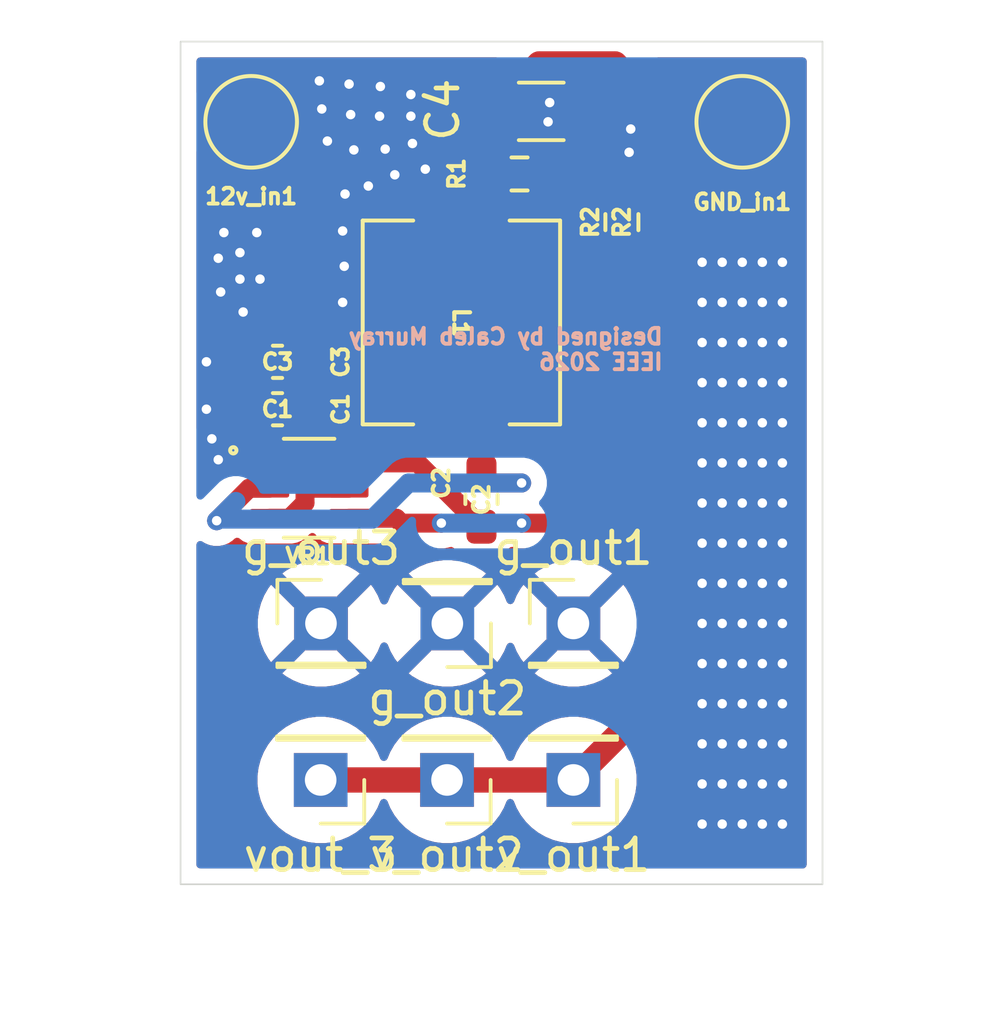
<source format=kicad_pcb>
(kicad_pcb (version 20241229) (generator "pcbnew") (generator_version "9.0")
  (layers (0 "F.Cu" signal) (2 "B.Cu" signal) (13 "F.Paste" user) (15 "B.Paste" user) (5 "F.SilkS" user "F.Silkscreen") (7 "B.SilkS" user "B.Silkscreen") (1 "F.Mask" user) (3 "B.Mask" user) (25 "Edge.Cuts" user))
  (net 0 "")
  (net 1 "GND")
  (net 2 "+12V")
  (net 3 "Net-(VR1-SW)")
  (net 4 "Net-(VR1-VBST)")
  (net 5 "+5V")
  (net 6 "Net-(VR1-VFB)")
  (footprint "Resistor_SMD:R_0603_1608Metric_Pad0.98x0.95mm_HandSolder" (layer "F.Cu") (at 207.645 81.28 -90)
    (property "Reference" "R2" (at 0 1 90) (layer "F.SilkS") (effects (font (size 0.5 0.5) (thickness 0.125))))
    (property "Value" "10k" (hide yes))
    (fp_line (start -0.254724 0.5225) (end 0.254724 0.5225) (stroke (width 0.125)) (layer "F.SilkS"))
    (fp_line (start -0.254724 -0.5225) (end 0.254724 -0.5225) (stroke (width 0.125)) (layer "F.SilkS"))
    (fp_text user "${REFERENCE}" (at 0 0 90) (layer "F.SilkS") (effects (font (size 0.5 0.5) (thickness 0.125))))
    (pad "1" smd roundrect (at -0.9125 0 270) (size 0.975 0.95) (layers "F.Cu" "F.Mask" "F.Paste") (net 6 "Net-(VR1-VFB)"))
    (pad "2" smd roundrect (at 0.9125 0 270) (size 0.975 0.95) (layers "F.Cu" "F.Mask" "F.Paste") (net 1 "GND"))
  )
  (footprint "Connector_PinHeader_2.54mm:PinHeader_1x01_P2.54mm_Vertical" (layer "F.Cu") (at 198.11 98.933 180)
    (property "Reference" "vout_3" (at 0 -2.38 180) (layer "F.SilkS"))
    (property "Value" "vout_3")
    (fp_line (start 1.38 1.27) (end 1.38 1.38) (stroke (width 0.12)) (layer "F.SilkS"))
    (fp_line (start -1.38 1.38) (end 1.38 1.38) (stroke (width 0.12)) (layer "F.SilkS"))
    (fp_line (start -1.38 1.27) (end 1.38 1.27) (stroke (width 0.12)) (layer "F.SilkS"))
    (fp_line (start -1.38 1.27) (end -1.38 1.38) (stroke (width 0.12)) (layer "F.SilkS"))
    (fp_line (start -1.38 0) (end -1.38 -1.38) (stroke (width 0.12)) (layer "F.SilkS"))
    (fp_line (start -1.38 -1.38) (end 0 -1.38) (stroke (width 0.12)) (layer "F.SilkS"))
    (pad "1" thru_hole rect (at 0 0 180) (size 1.7 1.7) (drill 1) (layers "*.Cu" "*.Mask") (net 5 "+5V"))
  )
  (footprint "TestPoint:TestPoint_Pad_D2.5mm" (layer "F.Cu") (at 195.9102 78.105)
    (property "Reference" "12v_in1" (at 0 2.3622 0) (layer "F.SilkS") (effects (font (size 0.5 0.5) (thickness 0.125))))
    (property "Value" "12v_in" (hide yes))
    (fp_circle (center 0 0) (end 0 1.45) (stroke (width 0.125)) (fill no) (layer "F.SilkS"))
    (pad "1" smd circle (at 0 0) (size 2.5 2.5) (layers "F.Cu" "F.Mask") (net 2 "+12V"))
  )
  (footprint "Connector_PinHeader_2.54mm:PinHeader_1x01_P2.54mm_Vertical" (layer "F.Cu") (at 202.11 98.933 180)
    (property "Reference" "v_out2" (at 0 -2.38 180) (layer "F.SilkS"))
    (property "Value" "vout_2")
    (fp_line (start 1.38 1.27) (end 1.38 1.38) (stroke (width 0.12)) (layer "F.SilkS"))
    (fp_line (start -1.38 1.38) (end 1.38 1.38) (stroke (width 0.12)) (layer "F.SilkS"))
    (fp_line (start -1.38 1.27) (end 1.38 1.27) (stroke (width 0.12)) (layer "F.SilkS"))
    (fp_line (start -1.38 1.27) (end -1.38 1.38) (stroke (width 0.12)) (layer "F.SilkS"))
    (fp_line (start -1.38 0) (end -1.38 -1.38) (stroke (width 0.12)) (layer "F.SilkS"))
    (fp_line (start -1.38 -1.38) (end 0 -1.38) (stroke (width 0.12)) (layer "F.SilkS"))
    (pad "1" thru_hole rect (at 0 0 180) (size 1.7 1.7) (drill 1) (layers "*.Cu" "*.Mask") (net 5 "+5V"))
  )
  (footprint "Connector_PinHeader_2.54mm:PinHeader_1x01_P2.54mm_Vertical" (layer "F.Cu") (at 206.11 93.98)
    (property "Reference" "g_out1" (at 0 -2.38 0) (layer "F.SilkS"))
    (property "Value" "g_out1")
    (fp_line (start -1.38 -1.38) (end 0 -1.38) (stroke (width 0.12)) (layer "F.SilkS"))
    (fp_line (start -1.38 0) (end -1.38 -1.38) (stroke (width 0.12)) (layer "F.SilkS"))
    (fp_line (start -1.38 1.27) (end -1.38 1.38) (stroke (width 0.12)) (layer "F.SilkS"))
    (fp_line (start -1.38 1.27) (end 1.38 1.27) (stroke (width 0.12)) (layer "F.SilkS"))
    (fp_line (start -1.38 1.38) (end 1.38 1.38) (stroke (width 0.12)) (layer "F.SilkS"))
    (fp_line (start 1.38 1.27) (end 1.38 1.38) (stroke (width 0.12)) (layer "F.SilkS"))
    (pad "1" thru_hole rect (at 0 0) (size 1.7 1.7) (drill 1) (layers "*.Cu" "*.Mask") (net 1 "GND"))
  )
  (footprint "Capacitor_SMD:C_0603_1608Metric_Pad1.08x0.95mm_HandSolder" (layer "F.Cu") (at 196.744 87.20075 180)
    (property "Reference" "C1" (at -2 0 90) (layer "F.SilkS") (effects (font (size 0.5 0.5) (thickness 0.125))))
    (property "Value" "10uF" (hide yes))
    (fp_line (start -0.146267 0.51) (end 0.146267 0.51) (stroke (width 0.125)) (layer "F.SilkS"))
    (fp_line (start -0.146267 -0.51) (end 0.146267 -0.51) (stroke (width 0.125)) (layer "F.SilkS"))
    (fp_text user "${REFERENCE}" (at 0 0 0) (layer "F.SilkS") (effects (font (size 0.5 0.5) (thickness 0.125))))
    (pad "1" smd roundrect (at -0.8625 0 180) (size 1.075 0.95) (layers "F.Cu" "F.Mask" "F.Paste") (net 2 "+12V"))
    (pad "2" smd roundrect (at 0.8625 0 180) (size 1.075 0.95) (layers "F.Cu" "F.Mask" "F.Paste") (net 1 "GND"))
  )
  (footprint "drum:IND_EPCOS_B82462A4_EPC" (layer "F.Cu") (at 202.565 84.455 -90)
    (property "Reference" "L1" (at 0 0 270) (layer "F.SilkS") (effects (font (size 0.5 0.5) (thickness 0.125))))
    (property "Value" "4.7uH")
    (fp_line (start -3.2258 3.1242) (end 3.2258 3.1242) (stroke (width 0.125)) (layer "F.SilkS"))
    (fp_line (start 3.2258 3.1242) (end 3.2258 1.52654) (stroke (width 0.125)) (layer "F.SilkS"))
    (fp_line (start -3.2258 1.52654) (end -3.2258 3.1242) (stroke (width 0.125)) (layer "F.SilkS"))
    (fp_line (start 3.2258 -1.52654) (end 3.2258 -3.1242) (stroke (width 0.125)) (layer "F.SilkS"))
    (fp_line (start -3.2258 -3.1242) (end -3.2258 -1.52654) (stroke (width 0.125)) (layer "F.SilkS"))
    (fp_line (start 3.2258 -3.1242) (end -3.2258 -3.1242) (stroke (width 0.125)) (layer "F.SilkS"))
    (fp_text user "${REFERENCE}" (at 0 0 270) (layer "F.SilkS") (effects (font (size 0.5 0.5) (thickness 0.125))))
    (pad "1" smd rect (at -2.74955 0 270) (size 1.5113 2.3876) (layers "F.Cu" "F.Mask" "F.Paste") (net 5 "+5V"))
    (pad "2" smd rect (at 2.74955 0 270) (size 1.5113 2.3876) (layers "F.Cu" "F.Mask" "F.Paste") (net 3 "Net-(VR1-SW)"))
    (zone (net 0) (net_name "") (layer "F.Cu") (connect_pads (clearance 0)) (min_thickness 0.254)
      (keepout (tracks not_allowed) (vias not_allowed) (pads allowed) (copperpour not_allowed) (footprints allowed))
      (fill (thermal_gap 0.508) (thermal_bridge_width 0.508))
      (polygon (pts (xy 205.5114 82.5119) (xy 205.5114 86.3981) (xy 199.6186 86.3981) (xy 199.6186 82.5119)))
    )
  )
  (footprint "Capacitor_SMD:C_1206_3216Metric_Pad1.33x1.80mm_HandSolder" (layer "F.Cu") (at 205.0919 77.7748 180)
    (property "Reference" "C4" (at 3.12 0.05 270) (layer "F.SilkS"))
    (property "Value" "47uF" (hide yes))
    (fp_line (start -0.711252 0.91) (end 0.711252 0.91) (stroke (width 0.12)) (layer "F.SilkS"))
    (fp_line (start -0.711252 -0.91) (end 0.711252 -0.91) (stroke (width 0.12)) (layer "F.SilkS"))
    (pad "1" smd roundrect (at -1.5625 0 180) (size 1.325 1.8) (layers "F.Cu" "F.Mask" "F.Paste") (roundrect_rratio 0.188679) (net 1 "GND"))
    (pad "2" smd roundrect (at 1.5625 0 180) (size 1.325 1.8) (layers "F.Cu" "F.Mask" "F.Paste") (roundrect_rratio 0.188679) (net 5 "+5V"))
  )
  (footprint "TestPoint:TestPoint_Pad_D2.5mm" (layer "F.Cu") (at 211.455 78.105)
    (property "Reference" "GND_in1" (at 0 2.54 0) (layer "F.SilkS") (effects (font (size 0.5 0.5) (thickness 0.125))))
    (property "Value" "GND_in" (hide yes))
    (fp_circle (center 0 0) (end 0 1.45) (stroke (width 0.125)) (fill no) (layer "F.SilkS"))
    (pad "1" smd circle (at 0 0) (size 2.5 2.5) (layers "F.Cu" "F.Mask") (net 1 "GND"))
  )
  (footprint "Connector_PinHeader_2.54mm:PinHeader_1x01_P2.54mm_Vertical" (layer "F.Cu") (at 198.12 93.98)
    (property "Reference" "g_out3" (at 0 -2.38 0) (layer "F.SilkS"))
    (property "Value" "g_out3")
    (fp_line (start -1.38 -1.38) (end 0 -1.38) (stroke (width 0.12)) (layer "F.SilkS"))
    (fp_line (start -1.38 0) (end -1.38 -1.38) (stroke (width 0.12)) (layer "F.SilkS"))
    (fp_line (start -1.38 1.27) (end -1.38 1.38) (stroke (width 0.12)) (layer "F.SilkS"))
    (fp_line (start -1.38 1.27) (end 1.38 1.27) (stroke (width 0.12)) (layer "F.SilkS"))
    (fp_line (start -1.38 1.38) (end 1.38 1.38) (stroke (width 0.12)) (layer "F.SilkS"))
    (fp_line (start 1.38 1.27) (end 1.38 1.38) (stroke (width 0.12)) (layer "F.SilkS"))
    (pad "1" thru_hole rect (at 0 0) (size 1.7 1.7) (drill 1) (layers "*.Cu" "*.Mask") (net 1 "GND"))
  )
  (footprint "Connector_PinHeader_2.54mm:PinHeader_1x01_P2.54mm_Vertical" (layer "F.Cu") (at 206.11 98.933 180)
    (property "Reference" "v_out1" (at 0 -2.38 180) (layer "F.SilkS"))
    (property "Value" "vout_1")
    (fp_line (start 1.38 1.27) (end 1.38 1.38) (stroke (width 0.12)) (layer "F.SilkS"))
    (fp_line (start -1.38 1.38) (end 1.38 1.38) (stroke (width 0.12)) (layer "F.SilkS"))
    (fp_line (start -1.38 1.27) (end 1.38 1.27) (stroke (width 0.12)) (layer "F.SilkS"))
    (fp_line (start -1.38 1.27) (end -1.38 1.38) (stroke (width 0.12)) (layer "F.SilkS"))
    (fp_line (start -1.38 0) (end -1.38 -1.38) (stroke (width 0.12)) (layer "F.SilkS"))
    (fp_line (start -1.38 -1.38) (end 0 -1.38) (stroke (width 0.12)) (layer "F.SilkS"))
    (pad "1" thru_hole rect (at 0 0 180) (size 1.7 1.7) (drill 1) (layers "*.Cu" "*.Mask") (net 5 "+5V"))
  )
  (footprint "Resistor_SMD:R_0603_1608Metric_Pad0.98x0.95mm_HandSolder" (layer "F.Cu") (at 204.405 79.755)
    (property "Reference" "R1" (at -1.99 0 90) (layer "F.SilkS") (effects (font (size 0.5 0.5) (thickness 0.125))))
    (property "Value" "56.2k" (hide yes))
    (fp_line (start -0.254724 -0.5225) (end 0.254724 -0.5225) (stroke (width 0.125)) (layer "F.SilkS"))
    (fp_line (start -0.254724 0.5225) (end 0.254724 0.5225) (stroke (width 0.125)) (layer "F.SilkS"))
    (pad "1" smd roundrect (at -0.9125 0) (size 0.975 0.95) (layers "F.Cu" "F.Mask" "F.Paste") (net 5 "+5V"))
    (pad "2" smd roundrect (at 0.9125 0) (size 0.975 0.95) (layers "F.Cu" "F.Mask" "F.Paste") (net 6 "Net-(VR1-VFB)"))
  )
  (footprint "Capacitor_SMD:C_0603_1608Metric_Pad1.08x0.95mm_HandSolder" (layer "F.Cu") (at 203.2 90.055 90)
    (property "Reference" "C2" (at 0.52 -1.27 90) (layer "F.SilkS") (effects (font (size 0.5 0.5) (thickness 0.125))))
    (property "Value" "100nf" (hide yes))
    (fp_line (start -0.146267 -0.51) (end 0.146267 -0.51) (stroke (width 0.125)) (layer "F.SilkS"))
    (fp_line (start -0.146267 0.51) (end 0.146267 0.51) (stroke (width 0.125)) (layer "F.SilkS"))
    (fp_text user "${REFERENCE}" (at 0 0 90) (layer "F.SilkS") (effects (font (size 0.5 0.5) (thickness 0.125))))
    (pad "1" smd roundrect (at -0.8625 0 90) (size 1.075 0.95) (layers "F.Cu" "F.Mask" "F.Paste") (net 4 "Net-(VR1-VBST)"))
    (pad "2" smd roundrect (at 0.8625 0 90) (size 1.075 0.95) (layers "F.Cu" "F.Mask" "F.Paste") (net 3 "Net-(VR1-SW)"))
  )
  (footprint "ic:SOT95P280X110-6N" (layer "F.Cu") (at 197.744 89.70075)
    (property "Reference" "VR1" (at -0.029 2.15425 0) (layer "F.SilkS") (effects (font (size 0.5 0.5) (thickness 0.125))))
    (property "Value" "TPS561208DDCR" (hide yes))
    (fp_line (start -0.8 -1.565) (end 0.8 -1.565) (stroke (width 0.125)) (layer "F.SilkS"))
    (fp_line (start -0.8 1.565) (end 0.8 1.565) (stroke (width 0.125)) (layer "F.SilkS"))
    (fp_circle (center -2.4 -1.2) (end -2.3 -1.2) (stroke (width 0.125)) (fill no) (layer "F.SilkS"))
    (pad "1" smd roundrect (at -1.255 -0.95) (size 1.25 0.59) (layers "F.Cu" "F.Mask" "F.Paste") (roundrect_rratio 0.125) (net 1 "GND"))
    (pad "2" smd roundrect (at -1.255 0) (size 1.25 0.59) (layers "F.Cu" "F.Mask" "F.Paste") (roundrect_rratio 0.125) (net 3 "Net-(VR1-SW)"))
    (pad "3" smd roundrect (at -1.255 0.95) (size 1.25 0.59) (layers "F.Cu" "F.Mask" "F.Paste") (roundrect_rratio 0.125) (net 2 "+12V"))
    (pad "4" smd roundrect (at 1.255 0.95) (size 1.25 0.59) (layers "F.Cu" "F.Mask" "F.Paste") (roundrect_rratio 0.125) (net 6 "Net-(VR1-VFB)"))
    (pad "5" smd roundrect (at 1.255 0) (size 1.25 0.59) (layers "F.Cu" "F.Mask" "F.Paste") (roundrect_rratio 0.125) (net 2 "+12V"))
    (pad "6" smd roundrect (at 1.255 -0.95) (size 1.25 0.59) (layers "F.Cu" "F.Mask" "F.Paste") (roundrect_rratio 0.125) (net 4 "Net-(VR1-VBST)"))
  )
  (footprint "Connector_PinHeader_2.54mm:PinHeader_1x01_P2.54mm_Vertical" (layer "F.Cu") (at 202.12 93.98 180)
    (property "Reference" "g_out2" (at 0 -2.38 180) (layer "F.SilkS"))
    (property "Value" "g_out2")
    (fp_line (start 1.38 1.27) (end 1.38 1.38) (stroke (width 0.12)) (layer "F.SilkS"))
    (fp_line (start -1.38 1.38) (end 1.38 1.38) (stroke (width 0.12)) (layer "F.SilkS"))
    (fp_line (start -1.38 1.27) (end 1.38 1.27) (stroke (width 0.12)) (layer "F.SilkS"))
    (fp_line (start -1.38 1.27) (end -1.38 1.38) (stroke (width 0.12)) (layer "F.SilkS"))
    (fp_line (start -1.38 0) (end -1.38 -1.38) (stroke (width 0.12)) (layer "F.SilkS"))
    (fp_line (start -1.38 -1.38) (end 0 -1.38) (stroke (width 0.12)) (layer "F.SilkS"))
    (pad "1" thru_hole rect (at 0 0 180) (size 1.7 1.7) (drill 1) (layers "*.Cu" "*.Mask") (net 1 "GND"))
  )
  (footprint "Capacitor_SMD:C_0603_1608Metric_Pad1.08x0.95mm_HandSolder" (layer "F.Cu") (at 196.744 85.70075 180)
    (property "Reference" "C3" (at -2 0 90) (layer "F.SilkS") (effects (font (size 0.5 0.5) (thickness 0.125))))
    (property "Value" "10uF" (hide yes))
    (fp_line (start -0.146267 0.51) (end 0.146267 0.51) (stroke (width 0.125)) (layer "F.SilkS"))
    (fp_line (start -0.146267 -0.51) (end 0.146267 -0.51) (stroke (width 0.125)) (layer "F.SilkS"))
    (fp_text user "${REFERENCE}" (at 0 0 0) (layer "F.SilkS") (effects (font (size 0.5 0.5) (thickness 0.125))))
    (pad "1" smd roundrect (at -0.8625 0 180) (size 1.075 0.95) (layers "F.Cu" "F.Mask" "F.Paste") (net 2 "+12V"))
    (pad "2" smd roundrect (at 0.8625 0 180) (size 1.075 0.95) (layers "F.Cu" "F.Mask" "F.Paste") (net 1 "GND"))
  )
  (gr_rect (start 193.675 75.565) (end 213.995 102.235) (stroke (width 0.05)) (fill no) (layer "Edge.Cuts"))
  (gr_text "Designed by Caleb Murray\nIEEE 2026" (at 209 86 -0) (layer "B.SilkS") (effects (font (size 0.5 0.5) (thickness 0.125) (bold yes)) (justify left bottom mirror)))
  (segment (start 207.8736 79.0702) (end 207.8736 78.3844) (width 0.8) (layer "F.Cu") (net 1))
  (segment (start 207.645 82.1925) (end 207.645 83.28) (width 0.6) (layer "F.Cu") (net 1))
  (segment (start 206.6544 77.7748) (end 207.3656 77.7748) (width 0.8) (layer "F.Cu") (net 1))
  (segment (start 207.8736 78.3844) (end 207.9244 78.3336) (width 0.8) (layer "F.Cu") (net 1))
  (segment (start 194.6656 88.138) (end 194.6656 88.5952) (width 0.6) (layer "F.Cu") (net 1))
  (segment (start 195.8815 87.20075) (end 194.494 87.20075) (width 0.6) (layer "F.Cu") (net 1))
  (segment (start 195.8815 87.20075) (end 195.8815 88.14325) (width 0.6) (layer "F.Cu") (net 1))
  (segment (start 195.8815 88.14325) (end 196.489 88.75075) (width 0.6) (layer "F.Cu") (net 1))
  (segment (start 194.91645 88.75075) (end 194.8688 88.7984) (width 0.6) (layer "F.Cu") (net 1))
  (segment (start 196.489 88.75075) (end 194.91645 88.75075) (width 0.6) (layer "F.Cu") (net 1))
  (segment (start 195.8815 85.70075) (end 194.494 85.70075) (width 0.6) (layer "F.Cu") (net 1))
  (segment (start 194.6656 88.5952) (end 194.8688 88.7984) (width 0.6) (layer "F.Cu") (net 1))
  (segment (start 207.3656 77.7748) (end 207.9244 78.3336) (width 0.8) (layer "F.Cu") (net 1))
  (via (at 212.725 93.98) (size 0.6) (drill 0.3) (layers "F.Cu" "B.Cu") (net 1))
  (via (at 212.09 91.44) (size 0.6) (drill 0.3) (layers "F.Cu" "B.Cu") (net 1))
  (via (at 211.455 97.79) (size 0.6) (drill 0.3) (layers "F.Cu" "B.Cu") (net 1))
  (via (at 211.455 96.52) (size 0.6) (drill 0.3) (layers "F.Cu" "B.Cu") (net 1))
  (via (at 210.82 86.36) (size 0.6) (drill 0.3) (layers "F.Cu" "B.Cu") (net 1))
  (via (at 194.6656 88.138) (size 0.6) (drill 0.3) (layers "F.Cu" "B.Cu") (net 1))
  (via (at 211.455 85.09) (size 0.6) (drill 0.3) (layers "F.Cu" "B.Cu") (net 1))
  (via (at 212.09 87.63) (size 0.6) (drill 0.3) (layers "F.Cu" "B.Cu") (net 1))
  (via (at 207.8736 79.0702) (size 0.6) (drill 0.3) (layers "F.Cu" "B.Cu") (net 1))
  (via (at 210.82 92.71) (size 0.6) (drill 0.3) (layers "F.Cu" "B.Cu") (net 1))
  (via (at 210.185 100.33) (size 0.6) (drill 0.3) (layers "F.Cu" "B.Cu") (net 1))
  (via (at 212.725 97.79) (size 0.6) (drill 0.3) (layers "F.Cu" "B.Cu") (net 1))
  (via (at 198.0692 76.8096) (size 0.6) (drill 0.3) (layers "F.Cu" "B.Cu") (net 1))
  (via (at 212.09 92.71) (size 0.6) (drill 0.3) (layers "F.Cu" "B.Cu") (net 1))
  (via (at 195.5546 82.2452) (size 0.6) (drill 0.3) (layers "F.Cu" "B.Cu") (net 1))
  (via (at 210.82 85.09) (size 0.6) (drill 0.3) (layers "F.Cu" "B.Cu") (net 1))
  (via (at 212.09 83.82) (size 0.6) (drill 0.3) (layers "F.Cu" "B.Cu") (net 1))
  (via (at 212.725 85.09) (size 0.6) (drill 0.3) (layers "F.Cu" "B.Cu") (net 1))
  (via (at 195.5546 83.0834) (size 0.6) (drill 0.3) (layers "F.Cu" "B.Cu") (net 1))
  (via (at 212.09 93.98) (size 0.6) (drill 0.3) (layers "F.Cu" "B.Cu") (net 1))
  (via (at 194.494 85.70075) (size 0.6) (drill 0.3) (layers "F.Cu" "B.Cu") (net 1))
  (via (at 210.82 82.55) (size 0.6) (drill 0.3) (layers "F.Cu" "B.Cu") (net 1))
  (via (at 207.9244 78.3336) (size 0.6) (drill 0.3) (layers "F.Cu" "B.Cu") (net 1))
  (via (at 210.82 87.63) (size 0.6) (drill 0.3) (layers "F.Cu" "B.Cu") (net 1))
  (via (at 210.185 92.71) (size 0.6) (drill 0.3) (layers "F.Cu" "B.Cu") (net 1))
  (via (at 211.455 90.17) (size 0.6) (drill 0.3) (layers "F.Cu" "B.Cu") (net 1))
  (via (at 212.09 88.9) (size 0.6) (drill 0.3) (layers "F.Cu" "B.Cu") (net 1))
  (via (at 210.185 93.98) (size 0.6) (drill 0.3) (layers "F.Cu" "B.Cu") (net 1))
  (via (at 199.6186 80.137) (size 0.6) (drill 0.3) (layers "F.Cu" "B.Cu") (net 1))
  (via (at 211.455 95.25) (size 0.6) (drill 0.3) (layers "F.Cu" "B.Cu") (net 1))
  (via (at 198.882 80.391) (size 0.6) (drill 0.3) (layers "F.Cu" "B.Cu") (net 1))
  (via (at 199.9742 77.9272) (size 0.6) (drill 0.3) (layers "F.Cu" "B.Cu") (net 1))
  (via (at 212.09 96.52) (size 0.6) (drill 0.3) (layers "F.Cu" "B.Cu") (net 1))
  (via (at 194.8688 88.7984) (size 0.6) (drill 0.3) (layers "F.Cu" "B.Cu") (net 1))
  (via (at 211.455 93.98) (size 0.6) (drill 0.3) (layers "F.Cu" "B.Cu") (net 1))
  (via (at 212.725 91.44) (size 0.6) (drill 0.3) (layers "F.Cu" "B.Cu") (net 1))
  (via (at 212.09 95.25) (size 0.6) (drill 0.3) (layers "F.Cu" "B.Cu") (net 1))
  (via (at 212.09 90.17) (size 0.6) (drill 0.3) (layers "F.Cu" "B.Cu") (net 1))
  (via (at 199.0598 77.8764) (size 0.6) (drill 0.3) (layers "F.Cu" "B.Cu") (net 1))
  (via (at 198.8058 81.5594) (size 0.6) (drill 0.3) (layers "F.Cu" "B.Cu") (net 1))
  (via (at 211.455 88.9) (size 0.6) (drill 0.3) (layers "F.Cu" "B.Cu") (net 1))
  (via (at 194.945 83.4898) (size 0.6) (drill 0.3) (layers "F.Cu" "B.Cu") (net 1))
  (via (at 210.185 95.25) (size 0.6) (drill 0.3) (layers "F.Cu" "B.Cu") (net 1))
  (via (at 210.185 82.55) (size 0.6) (drill 0.3) (layers "F.Cu" "B.Cu") (net 1))
  (via (at 212.725 96.52) (size 0.6) (drill 0.3) (layers "F.Cu" "B.Cu") (net 1))
  (via (at 210.185 85.09) (size 0.6) (drill 0.3) (layers "F.Cu" "B.Cu") (net 1))
  (via (at 211.455 92.71) (size 0.6) (drill 0.3) (layers "F.Cu" "B.Cu") (net 1))
  (via (at 194.494 87.20075) (size 0.6) (drill 0.3) (layers "F.Cu" "B.Cu") (net 1))
  (via (at 210.185 96.52) (size 0.6) (drill 0.3) (layers "F.Cu" "B.Cu") (net 1))
  (via (at 212.09 82.55) (size 0.6) (drill 0.3) (layers "F.Cu" "B.Cu") (net 1))
  (via (at 210.82 100.33) (size 0.6) (drill 0.3) (layers "F.Cu" "B.Cu") (net 1))
  (via (at 211.455 100.33) (size 0.6) (drill 0.3) (layers "F.Cu" "B.Cu") (net 1))
  (via (at 198.3232 78.7146) (size 0.6) (drill 0.3) (layers "F.Cu" "B.Cu") (net 1))
  (via (at 210.82 88.9) (size 0.6) (drill 0.3) (layers "F.Cu" "B.Cu") (net 1))
  (via (at 200.9648 77.9272) (size 0.6) (drill 0.3) (layers "F.Cu" "B.Cu") (net 1))
  (via (at 210.82 91.44) (size 0.6) (drill 0.3) (layers "F.Cu" "B.Cu") (net 1))
  (via (at 211.455 87.63) (size 0.6) (drill 0.3) (layers "F.Cu" "B.Cu") (net 1))
  (via (at 212.725 92.71) (size 0.6) (drill 0.3) (layers "F.Cu" "B.Cu") (net 1))
  (via (at 212.725 99.06) (size 0.6) (drill 0.3) (layers "F.Cu" "B.Cu") (net 1))
  (via (at 210.185 88.9) (size 0.6) (drill 0.3) (layers "F.Cu" "B.Cu") (net 1))
  (via (at 210.185 99.06) (size 0.6) (drill 0.3) (layers "F.Cu" "B.Cu") (net 1))
  (via (at 199.1614 78.994) (size 0.6) (drill 0.3) (layers "F.Cu" "B.Cu") (net 1))
  (via (at 210.185 86.36) (size 0.6) (drill 0.3) (layers "F.Cu" "B.Cu") (net 1))
  (via (at 210.82 95.25) (size 0.6) (drill 0.3) (layers "F.Cu" "B.Cu") (net 1))
  (via (at 198.8058 83.82) (size 0.6) (drill 0.3) (layers "F.Cu" "B.Cu") (net 1))
  (via (at 210.185 90.17) (size 0.6) (drill 0.3) (layers "F.Cu" "B.Cu") (net 1))
  (via (at 212.725 90.17) (size 0.6) (drill 0.3) (layers "F.Cu" "B.Cu") (net 1))
  (via (at 212.09 97.79) (size 0.6) (drill 0.3) (layers "F.Cu" "B.Cu") (net 1))
  (via (at 211.455 82.55) (size 0.6) (drill 0.3) (layers "F.Cu" "B.Cu") (net 1))
  (via (at 195.0466 81.6102) (size 0.6) (drill 0.3) (layers "F.Cu" "B.Cu") (net 1))
  (via (at 212.09 99.06) (size 0.6) (drill 0.3) (layers "F.Cu" "B.Cu") (net 1))
  (via (at 211.455 86.36) (size 0.6) (drill 0.3) (layers "F.Cu" "B.Cu") (net 1))
  (via (at 198.8566 82.677) (size 0.6) (drill 0.3) (layers "F.Cu" "B.Cu") (net 1))
  (via (at 212.09 86.36) (size 0.6) (drill 0.3) (layers "F.Cu" "B.Cu") (net 1))
  (via (at 212.725 86.36) (size 0.6) (drill 0.3) (layers "F.Cu" "B.Cu") (net 1))
  (via (at 211.455 99.06) (size 0.6) (drill 0.3) (layers "F.Cu" "B.Cu") (net 1))
  (via (at 210.185 91.44) (size 0.6) (drill 0.3) (layers "F.Cu" "B.Cu") (net 1))
  (via (at 200.152 78.9686) (size 0.6) (drill 0.3) (layers "F.Cu" "B.Cu") (net 1))
  (via (at 212.09 100.33) (size 0.6) (drill 0.3) (layers "F.Cu" "B.Cu") (net 1))
  (via (at 212.725 87.63) (size 0.6) (drill 0.3) (layers "F.Cu" "B.Cu") (net 1))
  (via (at 210.185 83.82) (size 0.6) (drill 0.3) (layers "F.Cu" "B.Cu") (net 1))
  (via (at 196.1896 83.0834) (size 0.6) (drill 0.3) (layers "F.Cu" "B.Cu") (net 1))
  (via (at 205.3082 78.105) (size 0.6) (drill 0.3) (layers "F.Cu" "B.Cu") (net 1))
  (via (at 212.725 100.33) (size 0.6) (drill 0.3) (layers "F.Cu" "B.Cu") (net 1))
  (via (at 196.088 81.6102) (size 0.6) (drill 0.3) (layers "F.Cu" "B.Cu") (net 1))
  (via (at 194.8688 82.423) (size 0.6) (drill 0.3) (layers "F.Cu" "B.Cu") (net 1))
  (via (at 201.0156 78.7908) (size 0.6) (drill 0.3) (layers "F.Cu" "B.Cu") (net 1))
  (via (at 198.1454 77.6986) (size 0.6) (drill 0.3) (layers "F.Cu" "B.Cu") (net 1))
  (via (at 211.455 83.82) (size 0.6) (drill 0.3) (layers "F.Cu" "B.Cu") (net 1))
  (via (at 212.725 95.25) (size 0.6) (drill 0.3) (layers "F.Cu" "B.Cu") (net 1))
  (via (at 210.82 93.98) (size 0.6) (drill 0.3) (layers "F.Cu" "B.Cu") (net 1))
  (via (at 201.422 79.6036) (size 0.6) (drill 0.3) (layers "F.Cu" "B.Cu") (net 1))
  (via (at 195.6562 84.1248) (size 0.6) (drill 0.3) (layers "F.Cu" "B.Cu") (net 1))
  (via (at 199.9996 76.9874) (size 0.6) (drill 0.3) (layers "F.Cu" "B.Cu") (net 1))
  (via (at 212.725 83.82) (size 0.6) (drill 0.3) (layers "F.Cu" "B.Cu") (net 1))
  (via (at 210.82 97.79) (size 0.6) (drill 0.3) (layers "F.Cu" "B.Cu") (net 1))
  (via (at 211.455 91.44) (size 0.6) (drill 0.3) (layers "F.Cu" "B.Cu") (net 1))
  (via (at 210.185 87.63) (size 0.6) (drill 0.3) (layers "F.Cu" "B.Cu") (net 1))
  (via (at 212.725 82.55) (size 0.6) (drill 0.3) (layers "F.Cu" "B.Cu") (net 1))
  (via (at 200.4568 79.7814) (size 0.6) (drill 0.3) (layers "F.Cu" "B.Cu") (net 1))
  (via (at 205.359 77.4954) (size 0.6) (drill 0.3) (layers "F.Cu" "B.Cu") (net 1))
  (via (at 210.82 90.17) (size 0.6) (drill 0.3) (layers "F.Cu" "B.Cu") (net 1))
  (via (at 200.9648 77.2414) (size 0.6) (drill 0.3) (layers "F.Cu" "B.Cu") (net 1))
  (via (at 212.09 85.09) (size 0.6) (drill 0.3) (layers "F.Cu" "B.Cu") (net 1))
  (via (at 210.82 99.06) (size 0.6) (drill 0.3) (layers "F.Cu" "B.Cu") (net 1))
  (via (at 199.009 76.9112) (size 0.6) (drill 0.3) (layers "F.Cu" "B.Cu") (net 1))
  (via (at 212.725 88.9) (size 0.6) (drill 0.3) (layers "F.Cu" "B.Cu") (net 1))
  (via (at 210.82 96.52) (size 0.6) (drill 0.3) (layers "F.Cu" "B.Cu") (net 1))
  (via (at 210.82 83.82) (size 0.6) (drill 0.3) (layers "F.Cu" "B.Cu") (net 1))
  (via (at 210.185 97.79) (size 0.6) (drill 0.3) (layers "F.Cu" "B.Cu") (net 1))
  (segment (start 197.615 90.162114) (end 197.126364 90.65075) (width 0.6) (layer "F.Cu") (net 2))
  (segment (start 198.999 89.70075) (end 197.615 89.70075) (width 0.6) (layer "F.Cu") (net 2))
  (segment (start 197.6065 87.20075) (end 197.6065 85.70075) (width 0.6) (layer "F.Cu") (net 2))
  (segment (start 197.615 89.70075) (end 197.615 87.20925) (width 0.6) (layer "F.Cu") (net 2))
  (segment (start 197.485 85.57925) (end 197.6065 85.70075) (width 0.8) (layer "F.Cu") (net 2))
  (segment (start 197.615 87.20925) (end 197.6065 87.20075) (width 0.6) (layer "F.Cu") (net 2))
  (segment (start 195.58 77.8256) (end 197.6065 79.8521) (width 0.6) (layer "F.Cu") (net 2))
  (segment (start 197.6065 79.8521) (end 197.6065 87.20075) (width 0.6) (layer "F.Cu") (net 2))
  (segment (start 197.615 89.70075) (end 197.615 90.162114) (width 0.6) (layer "F.Cu") (net 2))
  (segment (start 197.126364 90.65075) (end 196.489 90.65075) (width 0.6) (layer "F.Cu") (net 2))
  (segment (start 195.84605 89.70075) (end 196.489 89.70075) (width 0.6) (layer "F.Cu") (net 3))
  (segment (start 203.5425 89.535) (end 203.2 89.1925) (width 0.6) (layer "F.Cu") (net 3))
  (segment (start 202.315 87.45455) (end 202.565 87.20455) (width 0.6) (layer "F.Cu") (net 3))
  (segment (start 203.2 87.83955) (end 202.565 87.20455) (width 0.6) (layer "F.Cu") (net 3))
  (segment (start 204.47 89.535) (end 203.5425 89.535) (width 0.6) (layer "F.Cu") (net 3))
  (segment (start 203.2 89.1925) (end 203.2 87.83955) (width 0.6) (layer "F.Cu") (net 3))
  (segment (start 194.818 90.7288) (end 195.84605 89.70075) (width 0.6) (layer "F.Cu") (net 3))
  (via (at 204.47 89.535) (size 0.6) (drill 0.3) (layers "F.Cu" "B.Cu") (net 3))
  (via (at 194.818 90.7288) (size 0.6) (drill 0.3) (layers "F.Cu" "B.Cu") (net 3))
  (segment (start 204.47 89.535) (end 200.8886 89.535) (width 0.6) (layer "B.Cu") (net 3))
  (segment (start 194.8688 90.678) (end 194.818 90.7288) (width 0.6) (layer "B.Cu") (net 3))
  (segment (start 194.818 90.7288) (end 195.4276 90.1192) (width 0.6) (layer "B.Cu") (net 3))
  (segment (start 199.7456 90.678) (end 194.8688 90.678) (width 0.6) (layer "B.Cu") (net 3))
  (segment (start 200.8886 89.535) (end 199.7456 90.678) (width 0.6) (layer "B.Cu") (net 3))
  (segment (start 199.14825 88.9) (end 201.1825 88.9) (width 0.6) (layer "F.Cu") (net 4))
  (segment (start 199.049 88.70075) (end 198.999 88.75075) (width 0.6) (layer "F.Cu") (net 4))
  (segment (start 201.1825 88.9) (end 203.2 90.9175) (width 0.6) (layer "F.Cu") (net 4))
  (segment (start 198.999 88.75075) (end 199.14825 88.9) (width 0.6) (layer "F.Cu") (net 4))
  (segment (start 203.4925 79.755) (end 203.4925 77.8117) (width 0.6) (layer "F.Cu") (net 5))
  (segment (start 209.0928 78.7654) (end 209.0674 78.74) (width 0.8) (layer "F.Cu") (net 5))
  (segment (start 209.0674 78.74) (end 209.0674 77.914876) (width 0.8) (layer "F.Cu") (net 5))
  (segment (start 206.11 98.933) (end 209.0928 95.9502) (width 0.8) (layer "F.Cu") (net 5))
  (segment (start 202.565 81.70545) (end 202.565 80.6825) (width 0.6) (layer "F.Cu") (net 5))
  (segment (start 206.11 98.933) (end 202.11 98.933) (width 0.8) (layer "F.Cu") (net 5))
  (segment (start 205.0304 76.2738) (end 203.5294 77.7748) (width 0.8) (layer "F.Cu") (net 5))
  (segment (start 202.565 80.6825) (end 203.4925 79.755) (width 0.6) (layer "F.Cu") (net 5))
  (segment (start 209.0674 77.914876) (end 207.426324 76.2738) (width 0.8) (layer "F.Cu") (net 5))
  (segment (start 203.4925 77.8117) (end 203.5294 77.7748) (width 0.6) (layer "F.Cu") (net 5))
  (segment (start 207.426324 76.2738) (end 205.0304 76.2738) (width 0.8) (layer "F.Cu") (net 5))
  (segment (start 209.0928 95.9502) (end 209.0928 78.7654) (width 0.8) (layer "F.Cu") (net 5))
  (segment (start 202.11 98.933) (end 198.11 98.933) (width 0.8) (layer "F.Cu") (net 5))
  (segment (start 204.47 90.805) (end 206.097786 90.805) (width 0.6) (layer "F.Cu") (net 6))
  (segment (start 206.415 79.755) (end 206.515 79.855) (width 0.6) (layer "F.Cu") (net 6))
  (segment (start 207.645 80.3675) (end 207.0275 80.3675) (width 0.6) (layer "F.Cu") (net 6))
  (segment (start 206.415 79.755) (end 205.3175 79.755) (width 0.6) (layer "F.Cu") (net 6))
  (segment (start 207.0275 80.3675) (end 206.415 79.755) (width 0.6) (layer "F.Cu") (net 6))
  (segment (start 206.097786 90.805) (end 206.515 90.387786) (width 0.6) (layer "F.Cu") (net 6))
  (segment (start 200.50575 90.65075) (end 198.999 90.65075) (width 0.6) (layer "F.Cu") (net 6))
  (segment (start 206.515 79.855) (end 206.515 90.387786) (width 0.6) (layer "F.Cu") (net 6))
  (segment (start 201.93 90.805) (end 200.66 90.805) (width 0.6) (layer "F.Cu") (net 6))
  (segment (start 200.66 90.805) (end 200.50575 90.65075) (width 0.6) (layer "F.Cu") (net 6))
  (via (at 204.47 90.805) (size 0.6) (drill 0.3) (layers "F.Cu" "B.Cu") (net 6))
  (via (at 201.93 90.805) (size 0.6) (drill 0.3) (layers "F.Cu" "B.Cu") (net 6))
  (segment (start 201.93 90.805) (end 204.47 90.805) (width 0.6) (layer "B.Cu") (net 6))
  (zone (net 0) (net_name "") (layer "F.Cu") (connect_pads (clearance 0)) (min_thickness 0.25)
    (keepout (tracks allowed) (vias allowed) (pads allowed) (copperpour not_allowed) (footprints allowed))
    (fill (thermal_gap 0.5) (thermal_bridge_width 0.5))
    (polygon (pts (xy 196.744 87.8332) (xy 192.8876 87.9348) (xy 194.2084 90.5256) (xy 196.7484 87.8332)))
  )
  (zone (net 1) (net_name "GND") (layer "F.Cu") (priority 2) (connect_pads (clearance 0.5)) (min_thickness 0.25) (fill yes (thermal_gap 0.5) (thermal_bridge_width 0.5))
    (polygon (pts (xy 188.595 74.295) (xy 219.075 74.295) (xy 219.075 106.045) (xy 187.96 106.68)))
  )
  (zone (net 1) (net_name "GND") (layer "B.Cu") (connect_pads (clearance 0.5)) (min_thickness 0.25) (fill yes (thermal_gap 0.5) (thermal_bridge_width 0.5))
    (polygon (pts (xy 188.5 74.25) (xy 219 74.25) (xy 218.75 105.75) (xy 188.25 105.25)))
  )
)
</source>
